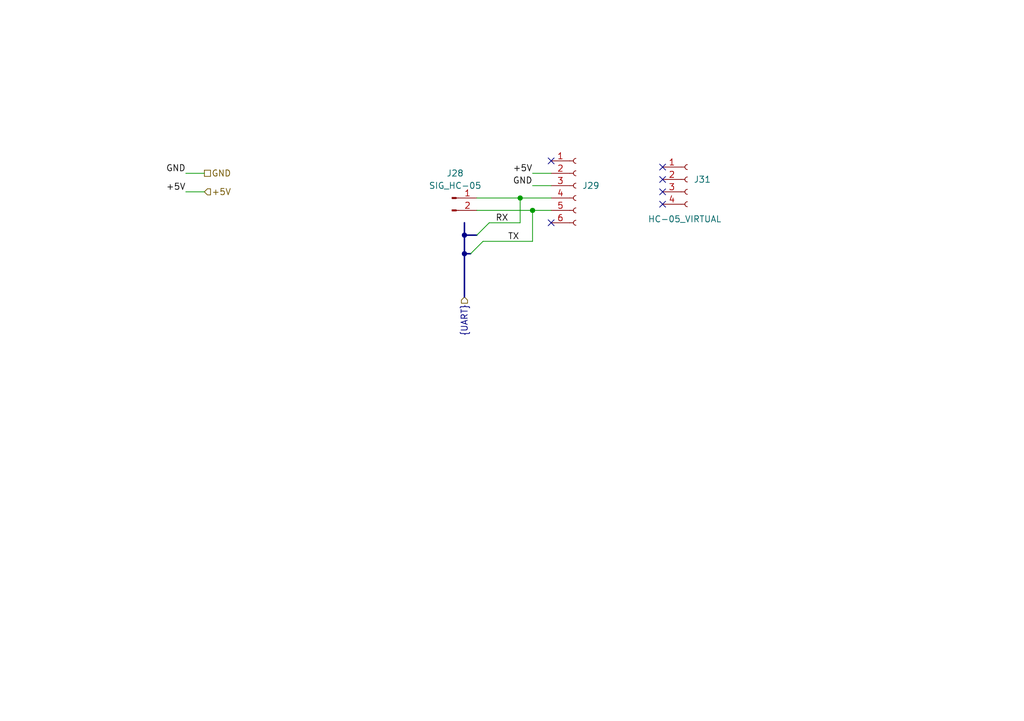
<source format=kicad_sch>
(kicad_sch (version 20231120) (generator "eeschema") (generator_version "8.0")
  (paper "A5")
  (title_block (title "Bluetooth Interface") (date "2024-08-29") (rev "1.0") (company "Designed by CREPP-NLG"))
  (lib_symbols
    (symbol "Connector:Conn_01x02_Pin" (pin_names (offset 1.016) hide)
      (property "Reference" "J" (at 0 2.54 0))
      (property "Value" "Conn_01x02_Pin" (at 0 -5.08 0))
      (symbol "Conn_01x02_Pin_1_1"
        (polyline (pts (xy 1.27 -2.54) (xy 0.8636 -2.54)) (stroke (width 0.1524)))
        (polyline (pts (xy 1.27 0) (xy 0.8636 0)) (stroke (width 0.1524)))
        (rectangle (start 0.8636 -2.413) (end 0 -2.667) (stroke (width 0.1524)) (fill (type outline)))
        (rectangle (start 0.8636 0.127) (end 0 -0.127) (stroke (width 0.1524)) (fill (type outline)))
        (pin passive line (at 5.08 0 180) (length 3.81) (name "Pin_1") (number "1"))
        (pin passive line (at 5.08 -2.54 180) (length 3.81) (name "Pin_2") (number "2"))
      )
    )
    (symbol "Connector:Conn_01x04_Socket" (pin_names (offset 1.016) hide)
      (property "Reference" "J" (at 0 5.08 0))
      (property "Value" "Conn_01x04_Socket" (at 0 -7.62 0))
      (symbol "Conn_01x04_Socket_1_1"
        (arc (start 0 -4.572) (mid -0.5058 -5.08) (end 0 -5.588) (stroke (width 0.1524)))
        (arc (start 0 -2.032) (mid -0.5058 -2.54) (end 0 -3.048) (stroke (width 0.1524)))
        (polyline (pts (xy -1.27 -5.08) (xy -0.508 -5.08)) (stroke (width 0.1524)))
        (polyline (pts (xy -1.27 -2.54) (xy -0.508 -2.54)) (stroke (width 0.1524)))
        (polyline (pts (xy -1.27 0) (xy -0.508 0)) (stroke (width 0.1524)))
        (polyline (pts (xy -1.27 2.54) (xy -0.508 2.54)) (stroke (width 0.1524)))
        (arc (start 0 0.508) (mid -0.5058 0) (end 0 -0.508) (stroke (width 0.1524)))
        (arc (start 0 3.048) (mid -0.5058 2.54) (end 0 2.032) (stroke (width 0.1524)))
        (pin passive line (at -5.08 2.54 0) (length 3.81) (name "Pin_1") (number "1"))
        (pin passive line (at -5.08 0 0) (length 3.81) (name "Pin_2") (number "2"))
        (pin passive line (at -5.08 -2.54 0) (length 3.81) (name "Pin_3") (number "3"))
        (pin passive line (at -5.08 -5.08 0) (length 3.81) (name "Pin_4") (number "4"))
      )
    )
    (symbol "Connector:Conn_01x06_Socket" (pin_names (offset 1.016) hide)
      (property "Reference" "J" (at 0 7.62 0))
      (property "Value" "Conn_01x06_Socket" (at 0 -10.16 0))
      (symbol "Conn_01x06_Socket_1_1"
        (arc (start 0 -7.112) (mid -0.5058 -7.62) (end 0 -8.128) (stroke (width 0.1524)))
        (arc (start 0 -4.572) (mid -0.5058 -5.08) (end 0 -5.588) (stroke (width 0.1524)))
        (arc (start 0 -2.032) (mid -0.5058 -2.54) (end 0 -3.048) (stroke (width 0.1524)))
        (polyline (pts (xy -1.27 -7.62) (xy -0.508 -7.62)) (stroke (width 0.1524)))
        (polyline (pts (xy -1.27 -5.08) (xy -0.508 -5.08)) (stroke (width 0.1524)))
        (polyline (pts (xy -1.27 -2.54) (xy -0.508 -2.54)) (stroke (width 0.1524)))
        (polyline (pts (xy -1.27 0) (xy -0.508 0)) (stroke (width 0.1524)))
        (polyline (pts (xy -1.27 2.54) (xy -0.508 2.54)) (stroke (width 0.1524)))
        (polyline (pts (xy -1.27 5.08) (xy -0.508 5.08)) (stroke (width 0.1524)))
        (arc (start 0 0.508) (mid -0.5058 0) (end 0 -0.508) (stroke (width 0.1524)))
        (arc (start 0 3.048) (mid -0.5058 2.54) (end 0 2.032) (stroke (width 0.1524)))
        (arc (start 0 5.588) (mid -0.5058 5.08) (end 0 4.572) (stroke (width 0.1524)))
        (pin passive line (at -5.08 5.08 0) (length 3.81) (name "Pin_1") (number "1"))
        (pin passive line (at -5.08 2.54 0) (length 3.81) (name "Pin_2") (number "2"))
        (pin passive line (at -5.08 0 0) (length 3.81) (name "Pin_3") (number "3"))
        (pin passive line (at -5.08 -2.54 0) (length 3.81) (name "Pin_4") (number "4"))
        (pin passive line (at -5.08 -5.08 0) (length 3.81) (name "Pin_5") (number "5"))
        (pin passive line (at -5.08 -7.62 0) (length 3.81) (name "Pin_6") (number "6"))
      )
    )
  )
  (junction (at 109.22 43.18))
  (junction (at 95.25 48.26))
  (junction (at 106.68 40.64))
  (junction (at 95.25 52.07))
  (no_connect (at 135.89 41.91))
  (no_connect (at 135.89 36.83))
  (no_connect (at 113.03 45.72))
  (no_connect (at 135.89 39.37))
  (no_connect (at 113.03 33.02))
  (no_connect (at 135.89 34.29))
  (bus_entry (at 99.06 49.53) (size -2.54 2.54))
  (bus_entry (at 100.33 45.72) (size -2.54 2.54))
  (wire (pts (xy 106.68 45.72) (xy 106.68 40.64)))
  (wire (pts (xy 109.22 38.1) (xy 113.03 38.1)))
  (bus (pts (xy 95.25 52.07) (xy 95.25 60.96)))
  (wire (pts (xy 109.22 43.18) (xy 113.03 43.18)))
  (wire (pts (xy 109.22 35.56) (xy 113.03 35.56)))
  (bus (pts (xy 95.25 48.26) (xy 95.25 52.07)))
  (bus (pts (xy 96.52 52.07) (xy 95.25 52.07)))
  (wire (pts (xy 100.33 45.72) (xy 106.68 45.72)))
  (wire (pts (xy 97.79 40.64) (xy 106.68 40.64)))
  (bus (pts (xy 95.25 45.72) (xy 95.25 48.26)))
  (wire (pts (xy 99.06 49.53) (xy 109.22 49.53)))
  (wire (pts (xy 109.22 43.18) (xy 109.22 49.53)))
  (bus (pts (xy 97.79 48.26) (xy 95.25 48.26)))
  (wire (pts (xy 97.79 43.18) (xy 109.22 43.18)))
  (wire (pts (xy 106.68 40.64) (xy 113.03 40.64)))
  (wire (pts (xy 38.1 39.37) (xy 41.91 39.37)))
  (wire (pts (xy 38.1 35.56) (xy 41.91 35.56)))
  (label "RX" (at 101.6 45.72 0))
  (label "+5V" (at 109.22 35.56 180))
  (label "GND" (at 38.1 35.56 180))
  (label "TX" (at 104.14 49.53 0))
  (label "+5V" (at 38.1 39.37 180))
  (label "GND" (at 109.22 38.1 180))
  (hierarchical_label "GND" (shape passive) (at 41.91 35.56 0))
  (hierarchical_label "{UART}" (shape input) (at 95.25 60.96 270))
  (hierarchical_label "+5V" (shape input) (at 41.91 39.37 0))
  (symbol (lib_id "Connector:Conn_01x02_Pin") (at 92.71 40.64 0) (unit 1)
    (property "Reference" "J28" (at 93.345 35.56 0))
    (property "Value" "SIG_HC-05" (at 93.345 38.1 0))
    (property "Footprint" "Connector_PinHeader_2.54mm:PinHeader_1x02_P2.54mm_Vertical" (effects (hide yes)))
    (property "Description" "Generic connector, single row, 01x02, script generated" (effects (hide yes)))
  )
  (symbol (lib_id "Connector:Conn_01x06_Socket") (at 118.11 38.1 0) (unit 1)
    (property "Reference" "J29" (at 119.38 38.0999 0) (effects (justify left)))
    (property "Value" "Conn_01x06_Socket" (effects (hide yes)))
    (property "Footprint" "Connector_PinSocket_2.54mm:PinSocket_1x06_P2.54mm_Vertical" (effects (hide yes)))
    (property "Description" "Generic connector, single row, 01x06, script generated" (effects (hide yes)))
  )
  (symbol (lib_id "Connector:Conn_01x04_Socket") (at 140.97 36.83 0) (unit 1)
    (property "Reference" "J31" (at 142.24 36.8299 0) (effects (justify left)))
    (property "Value" "HC-05_VIRTUAL" (at 132.842 44.958 0) (effects (justify left)))
    (property "Footprint" "Connector_PinSocket_2.54mm:PinSocket_1x04_P2.54mm_Vertical" (effects (hide yes)))
    (property "Description" "Generic connector, single row, 01x04, script generated" (effects (hide yes)))
  )
)
</source>
